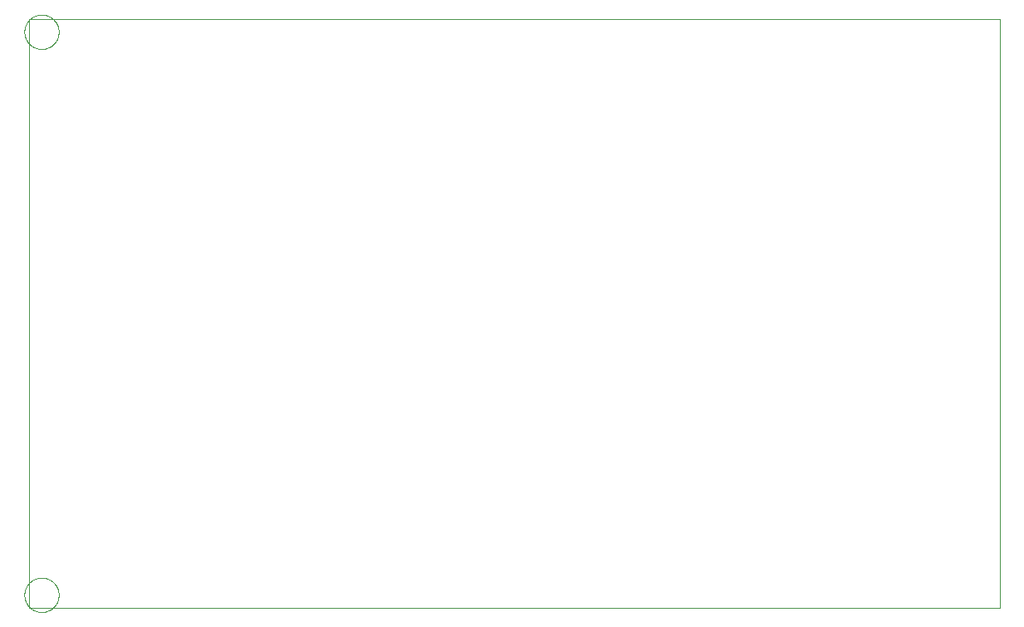
<source format=gbo>
G75*
%MOIN*%
%OFA0B0*%
%FSLAX25Y25*%
%IPPOS*%
%LPD*%
%AMOC8*
5,1,8,0,0,1.08239X$1,22.5*
%
%ADD10C,0.00000*%
D10*
X0003500Y0003500D02*
X0003500Y0239720D01*
X0393264Y0239720D01*
X0393264Y0003500D01*
X0003500Y0003500D01*
X0001728Y0008618D02*
X0001730Y0008787D01*
X0001736Y0008956D01*
X0001747Y0009125D01*
X0001761Y0009293D01*
X0001780Y0009461D01*
X0001803Y0009629D01*
X0001829Y0009796D01*
X0001860Y0009962D01*
X0001895Y0010128D01*
X0001934Y0010292D01*
X0001978Y0010456D01*
X0002025Y0010618D01*
X0002076Y0010779D01*
X0002131Y0010939D01*
X0002190Y0011098D01*
X0002252Y0011255D01*
X0002319Y0011410D01*
X0002390Y0011564D01*
X0002464Y0011716D01*
X0002542Y0011866D01*
X0002623Y0012014D01*
X0002708Y0012160D01*
X0002797Y0012304D01*
X0002889Y0012446D01*
X0002985Y0012585D01*
X0003084Y0012722D01*
X0003186Y0012857D01*
X0003292Y0012989D01*
X0003401Y0013118D01*
X0003513Y0013245D01*
X0003628Y0013369D01*
X0003746Y0013490D01*
X0003867Y0013608D01*
X0003991Y0013723D01*
X0004118Y0013835D01*
X0004247Y0013944D01*
X0004379Y0014050D01*
X0004514Y0014152D01*
X0004651Y0014251D01*
X0004790Y0014347D01*
X0004932Y0014439D01*
X0005076Y0014528D01*
X0005222Y0014613D01*
X0005370Y0014694D01*
X0005520Y0014772D01*
X0005672Y0014846D01*
X0005826Y0014917D01*
X0005981Y0014984D01*
X0006138Y0015046D01*
X0006297Y0015105D01*
X0006457Y0015160D01*
X0006618Y0015211D01*
X0006780Y0015258D01*
X0006944Y0015302D01*
X0007108Y0015341D01*
X0007274Y0015376D01*
X0007440Y0015407D01*
X0007607Y0015433D01*
X0007775Y0015456D01*
X0007943Y0015475D01*
X0008111Y0015489D01*
X0008280Y0015500D01*
X0008449Y0015506D01*
X0008618Y0015508D01*
X0008787Y0015506D01*
X0008956Y0015500D01*
X0009125Y0015489D01*
X0009293Y0015475D01*
X0009461Y0015456D01*
X0009629Y0015433D01*
X0009796Y0015407D01*
X0009962Y0015376D01*
X0010128Y0015341D01*
X0010292Y0015302D01*
X0010456Y0015258D01*
X0010618Y0015211D01*
X0010779Y0015160D01*
X0010939Y0015105D01*
X0011098Y0015046D01*
X0011255Y0014984D01*
X0011410Y0014917D01*
X0011564Y0014846D01*
X0011716Y0014772D01*
X0011866Y0014694D01*
X0012014Y0014613D01*
X0012160Y0014528D01*
X0012304Y0014439D01*
X0012446Y0014347D01*
X0012585Y0014251D01*
X0012722Y0014152D01*
X0012857Y0014050D01*
X0012989Y0013944D01*
X0013118Y0013835D01*
X0013245Y0013723D01*
X0013369Y0013608D01*
X0013490Y0013490D01*
X0013608Y0013369D01*
X0013723Y0013245D01*
X0013835Y0013118D01*
X0013944Y0012989D01*
X0014050Y0012857D01*
X0014152Y0012722D01*
X0014251Y0012585D01*
X0014347Y0012446D01*
X0014439Y0012304D01*
X0014528Y0012160D01*
X0014613Y0012014D01*
X0014694Y0011866D01*
X0014772Y0011716D01*
X0014846Y0011564D01*
X0014917Y0011410D01*
X0014984Y0011255D01*
X0015046Y0011098D01*
X0015105Y0010939D01*
X0015160Y0010779D01*
X0015211Y0010618D01*
X0015258Y0010456D01*
X0015302Y0010292D01*
X0015341Y0010128D01*
X0015376Y0009962D01*
X0015407Y0009796D01*
X0015433Y0009629D01*
X0015456Y0009461D01*
X0015475Y0009293D01*
X0015489Y0009125D01*
X0015500Y0008956D01*
X0015506Y0008787D01*
X0015508Y0008618D01*
X0015506Y0008449D01*
X0015500Y0008280D01*
X0015489Y0008111D01*
X0015475Y0007943D01*
X0015456Y0007775D01*
X0015433Y0007607D01*
X0015407Y0007440D01*
X0015376Y0007274D01*
X0015341Y0007108D01*
X0015302Y0006944D01*
X0015258Y0006780D01*
X0015211Y0006618D01*
X0015160Y0006457D01*
X0015105Y0006297D01*
X0015046Y0006138D01*
X0014984Y0005981D01*
X0014917Y0005826D01*
X0014846Y0005672D01*
X0014772Y0005520D01*
X0014694Y0005370D01*
X0014613Y0005222D01*
X0014528Y0005076D01*
X0014439Y0004932D01*
X0014347Y0004790D01*
X0014251Y0004651D01*
X0014152Y0004514D01*
X0014050Y0004379D01*
X0013944Y0004247D01*
X0013835Y0004118D01*
X0013723Y0003991D01*
X0013608Y0003867D01*
X0013490Y0003746D01*
X0013369Y0003628D01*
X0013245Y0003513D01*
X0013118Y0003401D01*
X0012989Y0003292D01*
X0012857Y0003186D01*
X0012722Y0003084D01*
X0012585Y0002985D01*
X0012446Y0002889D01*
X0012304Y0002797D01*
X0012160Y0002708D01*
X0012014Y0002623D01*
X0011866Y0002542D01*
X0011716Y0002464D01*
X0011564Y0002390D01*
X0011410Y0002319D01*
X0011255Y0002252D01*
X0011098Y0002190D01*
X0010939Y0002131D01*
X0010779Y0002076D01*
X0010618Y0002025D01*
X0010456Y0001978D01*
X0010292Y0001934D01*
X0010128Y0001895D01*
X0009962Y0001860D01*
X0009796Y0001829D01*
X0009629Y0001803D01*
X0009461Y0001780D01*
X0009293Y0001761D01*
X0009125Y0001747D01*
X0008956Y0001736D01*
X0008787Y0001730D01*
X0008618Y0001728D01*
X0008449Y0001730D01*
X0008280Y0001736D01*
X0008111Y0001747D01*
X0007943Y0001761D01*
X0007775Y0001780D01*
X0007607Y0001803D01*
X0007440Y0001829D01*
X0007274Y0001860D01*
X0007108Y0001895D01*
X0006944Y0001934D01*
X0006780Y0001978D01*
X0006618Y0002025D01*
X0006457Y0002076D01*
X0006297Y0002131D01*
X0006138Y0002190D01*
X0005981Y0002252D01*
X0005826Y0002319D01*
X0005672Y0002390D01*
X0005520Y0002464D01*
X0005370Y0002542D01*
X0005222Y0002623D01*
X0005076Y0002708D01*
X0004932Y0002797D01*
X0004790Y0002889D01*
X0004651Y0002985D01*
X0004514Y0003084D01*
X0004379Y0003186D01*
X0004247Y0003292D01*
X0004118Y0003401D01*
X0003991Y0003513D01*
X0003867Y0003628D01*
X0003746Y0003746D01*
X0003628Y0003867D01*
X0003513Y0003991D01*
X0003401Y0004118D01*
X0003292Y0004247D01*
X0003186Y0004379D01*
X0003084Y0004514D01*
X0002985Y0004651D01*
X0002889Y0004790D01*
X0002797Y0004932D01*
X0002708Y0005076D01*
X0002623Y0005222D01*
X0002542Y0005370D01*
X0002464Y0005520D01*
X0002390Y0005672D01*
X0002319Y0005826D01*
X0002252Y0005981D01*
X0002190Y0006138D01*
X0002131Y0006297D01*
X0002076Y0006457D01*
X0002025Y0006618D01*
X0001978Y0006780D01*
X0001934Y0006944D01*
X0001895Y0007108D01*
X0001860Y0007274D01*
X0001829Y0007440D01*
X0001803Y0007607D01*
X0001780Y0007775D01*
X0001761Y0007943D01*
X0001747Y0008111D01*
X0001736Y0008280D01*
X0001730Y0008449D01*
X0001728Y0008618D01*
X0001728Y0234602D02*
X0001730Y0234771D01*
X0001736Y0234940D01*
X0001747Y0235109D01*
X0001761Y0235277D01*
X0001780Y0235445D01*
X0001803Y0235613D01*
X0001829Y0235780D01*
X0001860Y0235946D01*
X0001895Y0236112D01*
X0001934Y0236276D01*
X0001978Y0236440D01*
X0002025Y0236602D01*
X0002076Y0236763D01*
X0002131Y0236923D01*
X0002190Y0237082D01*
X0002252Y0237239D01*
X0002319Y0237394D01*
X0002390Y0237548D01*
X0002464Y0237700D01*
X0002542Y0237850D01*
X0002623Y0237998D01*
X0002708Y0238144D01*
X0002797Y0238288D01*
X0002889Y0238430D01*
X0002985Y0238569D01*
X0003084Y0238706D01*
X0003186Y0238841D01*
X0003292Y0238973D01*
X0003401Y0239102D01*
X0003513Y0239229D01*
X0003628Y0239353D01*
X0003746Y0239474D01*
X0003867Y0239592D01*
X0003991Y0239707D01*
X0004118Y0239819D01*
X0004247Y0239928D01*
X0004379Y0240034D01*
X0004514Y0240136D01*
X0004651Y0240235D01*
X0004790Y0240331D01*
X0004932Y0240423D01*
X0005076Y0240512D01*
X0005222Y0240597D01*
X0005370Y0240678D01*
X0005520Y0240756D01*
X0005672Y0240830D01*
X0005826Y0240901D01*
X0005981Y0240968D01*
X0006138Y0241030D01*
X0006297Y0241089D01*
X0006457Y0241144D01*
X0006618Y0241195D01*
X0006780Y0241242D01*
X0006944Y0241286D01*
X0007108Y0241325D01*
X0007274Y0241360D01*
X0007440Y0241391D01*
X0007607Y0241417D01*
X0007775Y0241440D01*
X0007943Y0241459D01*
X0008111Y0241473D01*
X0008280Y0241484D01*
X0008449Y0241490D01*
X0008618Y0241492D01*
X0008787Y0241490D01*
X0008956Y0241484D01*
X0009125Y0241473D01*
X0009293Y0241459D01*
X0009461Y0241440D01*
X0009629Y0241417D01*
X0009796Y0241391D01*
X0009962Y0241360D01*
X0010128Y0241325D01*
X0010292Y0241286D01*
X0010456Y0241242D01*
X0010618Y0241195D01*
X0010779Y0241144D01*
X0010939Y0241089D01*
X0011098Y0241030D01*
X0011255Y0240968D01*
X0011410Y0240901D01*
X0011564Y0240830D01*
X0011716Y0240756D01*
X0011866Y0240678D01*
X0012014Y0240597D01*
X0012160Y0240512D01*
X0012304Y0240423D01*
X0012446Y0240331D01*
X0012585Y0240235D01*
X0012722Y0240136D01*
X0012857Y0240034D01*
X0012989Y0239928D01*
X0013118Y0239819D01*
X0013245Y0239707D01*
X0013369Y0239592D01*
X0013490Y0239474D01*
X0013608Y0239353D01*
X0013723Y0239229D01*
X0013835Y0239102D01*
X0013944Y0238973D01*
X0014050Y0238841D01*
X0014152Y0238706D01*
X0014251Y0238569D01*
X0014347Y0238430D01*
X0014439Y0238288D01*
X0014528Y0238144D01*
X0014613Y0237998D01*
X0014694Y0237850D01*
X0014772Y0237700D01*
X0014846Y0237548D01*
X0014917Y0237394D01*
X0014984Y0237239D01*
X0015046Y0237082D01*
X0015105Y0236923D01*
X0015160Y0236763D01*
X0015211Y0236602D01*
X0015258Y0236440D01*
X0015302Y0236276D01*
X0015341Y0236112D01*
X0015376Y0235946D01*
X0015407Y0235780D01*
X0015433Y0235613D01*
X0015456Y0235445D01*
X0015475Y0235277D01*
X0015489Y0235109D01*
X0015500Y0234940D01*
X0015506Y0234771D01*
X0015508Y0234602D01*
X0015506Y0234433D01*
X0015500Y0234264D01*
X0015489Y0234095D01*
X0015475Y0233927D01*
X0015456Y0233759D01*
X0015433Y0233591D01*
X0015407Y0233424D01*
X0015376Y0233258D01*
X0015341Y0233092D01*
X0015302Y0232928D01*
X0015258Y0232764D01*
X0015211Y0232602D01*
X0015160Y0232441D01*
X0015105Y0232281D01*
X0015046Y0232122D01*
X0014984Y0231965D01*
X0014917Y0231810D01*
X0014846Y0231656D01*
X0014772Y0231504D01*
X0014694Y0231354D01*
X0014613Y0231206D01*
X0014528Y0231060D01*
X0014439Y0230916D01*
X0014347Y0230774D01*
X0014251Y0230635D01*
X0014152Y0230498D01*
X0014050Y0230363D01*
X0013944Y0230231D01*
X0013835Y0230102D01*
X0013723Y0229975D01*
X0013608Y0229851D01*
X0013490Y0229730D01*
X0013369Y0229612D01*
X0013245Y0229497D01*
X0013118Y0229385D01*
X0012989Y0229276D01*
X0012857Y0229170D01*
X0012722Y0229068D01*
X0012585Y0228969D01*
X0012446Y0228873D01*
X0012304Y0228781D01*
X0012160Y0228692D01*
X0012014Y0228607D01*
X0011866Y0228526D01*
X0011716Y0228448D01*
X0011564Y0228374D01*
X0011410Y0228303D01*
X0011255Y0228236D01*
X0011098Y0228174D01*
X0010939Y0228115D01*
X0010779Y0228060D01*
X0010618Y0228009D01*
X0010456Y0227962D01*
X0010292Y0227918D01*
X0010128Y0227879D01*
X0009962Y0227844D01*
X0009796Y0227813D01*
X0009629Y0227787D01*
X0009461Y0227764D01*
X0009293Y0227745D01*
X0009125Y0227731D01*
X0008956Y0227720D01*
X0008787Y0227714D01*
X0008618Y0227712D01*
X0008449Y0227714D01*
X0008280Y0227720D01*
X0008111Y0227731D01*
X0007943Y0227745D01*
X0007775Y0227764D01*
X0007607Y0227787D01*
X0007440Y0227813D01*
X0007274Y0227844D01*
X0007108Y0227879D01*
X0006944Y0227918D01*
X0006780Y0227962D01*
X0006618Y0228009D01*
X0006457Y0228060D01*
X0006297Y0228115D01*
X0006138Y0228174D01*
X0005981Y0228236D01*
X0005826Y0228303D01*
X0005672Y0228374D01*
X0005520Y0228448D01*
X0005370Y0228526D01*
X0005222Y0228607D01*
X0005076Y0228692D01*
X0004932Y0228781D01*
X0004790Y0228873D01*
X0004651Y0228969D01*
X0004514Y0229068D01*
X0004379Y0229170D01*
X0004247Y0229276D01*
X0004118Y0229385D01*
X0003991Y0229497D01*
X0003867Y0229612D01*
X0003746Y0229730D01*
X0003628Y0229851D01*
X0003513Y0229975D01*
X0003401Y0230102D01*
X0003292Y0230231D01*
X0003186Y0230363D01*
X0003084Y0230498D01*
X0002985Y0230635D01*
X0002889Y0230774D01*
X0002797Y0230916D01*
X0002708Y0231060D01*
X0002623Y0231206D01*
X0002542Y0231354D01*
X0002464Y0231504D01*
X0002390Y0231656D01*
X0002319Y0231810D01*
X0002252Y0231965D01*
X0002190Y0232122D01*
X0002131Y0232281D01*
X0002076Y0232441D01*
X0002025Y0232602D01*
X0001978Y0232764D01*
X0001934Y0232928D01*
X0001895Y0233092D01*
X0001860Y0233258D01*
X0001829Y0233424D01*
X0001803Y0233591D01*
X0001780Y0233759D01*
X0001761Y0233927D01*
X0001747Y0234095D01*
X0001736Y0234264D01*
X0001730Y0234433D01*
X0001728Y0234602D01*
M02*

</source>
